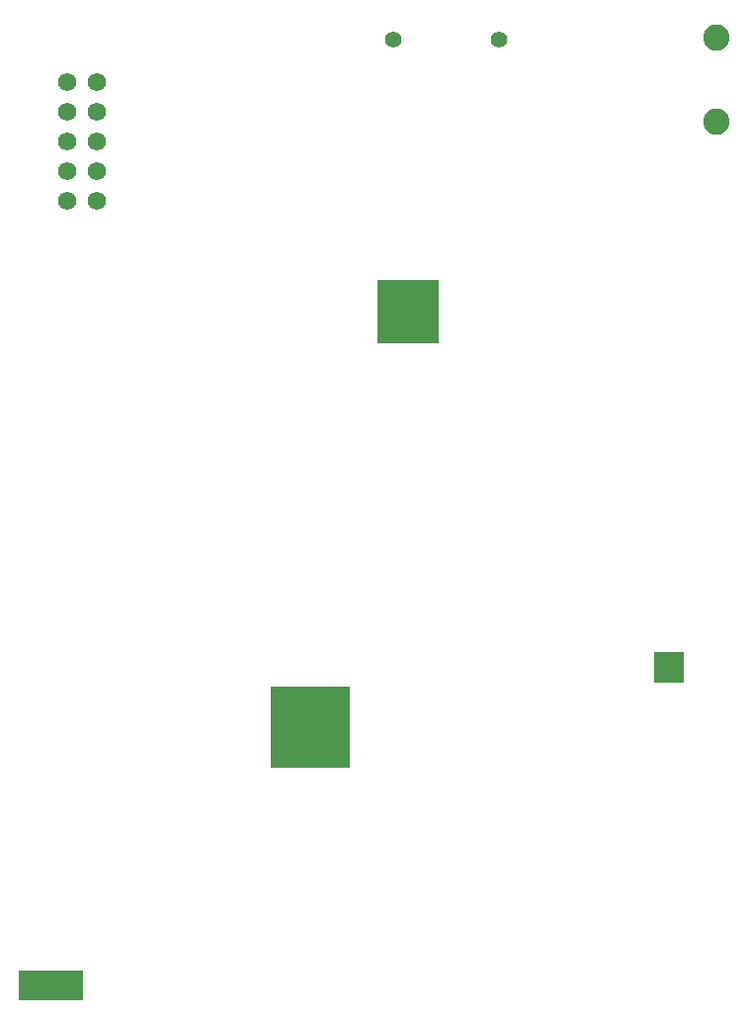
<source format=gbr>
%TF.GenerationSoftware,KiCad,Pcbnew,(6.0.7)*%
%TF.CreationDate,2022-09-03T09:36:33+02:00*%
%TF.ProjectId,n64adv2,6e363461-6476-4322-9e6b-696361645f70,20220729(b)*%
%TF.SameCoordinates,Original*%
%TF.FileFunction,Soldermask,Bot*%
%TF.FilePolarity,Negative*%
%FSLAX46Y46*%
G04 Gerber Fmt 4.6, Leading zero omitted, Abs format (unit mm)*
G04 Created by KiCad (PCBNEW (6.0.7)) date 2022-09-03 09:36:33*
%MOMM*%
%LPD*%
G01*
G04 APERTURE LIST*
%ADD10C,0.100000*%
%ADD11C,1.574800*%
%ADD12C,1.400000*%
%ADD13C,2.252400*%
G04 APERTURE END LIST*
D10*
X172516800Y-114147600D02*
X175006000Y-114147600D01*
X175006000Y-114147600D02*
X175006000Y-116687600D01*
X175006000Y-116687600D02*
X172516800Y-116687600D01*
X172516800Y-116687600D02*
X172516800Y-114147600D01*
G36*
X172516800Y-114147600D02*
G01*
X175006000Y-114147600D01*
X175006000Y-116687600D01*
X172516800Y-116687600D01*
X172516800Y-114147600D01*
G37*
X118059200Y-141376400D02*
X123494800Y-141376400D01*
X123494800Y-141376400D02*
X123494800Y-143814800D01*
X123494800Y-143814800D02*
X118059200Y-143814800D01*
X118059200Y-143814800D02*
X118059200Y-141376400D01*
G36*
X118059200Y-141376400D02*
G01*
X123494800Y-141376400D01*
X123494800Y-143814800D01*
X118059200Y-143814800D01*
X118059200Y-141376400D01*
G37*
X148793200Y-82296000D02*
X154025600Y-82296000D01*
X154025600Y-82296000D02*
X154025600Y-87579200D01*
X154025600Y-87579200D02*
X148793200Y-87579200D01*
X148793200Y-87579200D02*
X148793200Y-82296000D01*
G36*
X148793200Y-82296000D02*
G01*
X154025600Y-82296000D01*
X154025600Y-87579200D01*
X148793200Y-87579200D01*
X148793200Y-82296000D01*
G37*
X139649200Y-117094000D02*
X146405600Y-117094000D01*
X146405600Y-117094000D02*
X146405600Y-123901200D01*
X146405600Y-123901200D02*
X139649200Y-123901200D01*
X139649200Y-123901200D02*
X139649200Y-117094000D01*
G36*
X139649200Y-117094000D02*
G01*
X146405600Y-117094000D01*
X146405600Y-123901200D01*
X139649200Y-123901200D01*
X139649200Y-117094000D01*
G37*
D11*
%TO.C,X2*%
X124752100Y-75539600D03*
X122212100Y-75539600D03*
X124752100Y-72999600D03*
X122212100Y-72999600D03*
X124752100Y-70459600D03*
X122212100Y-70459600D03*
X124752100Y-67919600D03*
X122212100Y-67919600D03*
X124752100Y-65379600D03*
X122212100Y-65379600D03*
%TD*%
D12*
%TO.C,X3*%
X159220100Y-61728600D03*
X150220100Y-61728600D03*
%TD*%
D13*
%TO.C,X5*%
X177838100Y-61550600D03*
X177838100Y-68700600D03*
%TD*%
M02*

</source>
